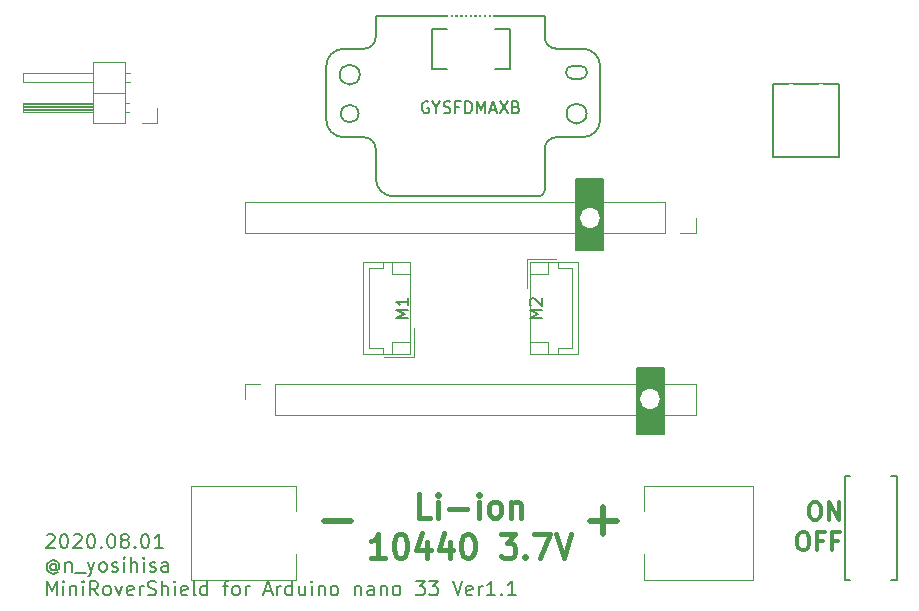
<source format=gto>
G04 #@! TF.GenerationSoftware,KiCad,Pcbnew,(5.1.6)-1*
G04 #@! TF.CreationDate,2020-08-01T00:51:36+09:00*
G04 #@! TF.ProjectId,MiniRoverShield,4d696e69-526f-4766-9572-536869656c64,rev?*
G04 #@! TF.SameCoordinates,Original*
G04 #@! TF.FileFunction,Legend,Top*
G04 #@! TF.FilePolarity,Positive*
%FSLAX46Y46*%
G04 Gerber Fmt 4.6, Leading zero omitted, Abs format (unit mm)*
G04 Created by KiCad (PCBNEW (5.1.6)-1) date 2020-08-01 00:51:36*
%MOMM*%
%LPD*%
G01*
G04 APERTURE LIST*
%ADD10C,0.400000*%
%ADD11C,0.200000*%
%ADD12C,0.150000*%
%ADD13C,0.300000*%
%ADD14C,0.500000*%
%ADD15C,0.120000*%
%ADD16C,0.100000*%
%ADD17O,2.000000X1.700000*%
%ADD18R,2.000000X1.700000*%
%ADD19R,1.700000X1.700000*%
%ADD20O,1.700000X1.700000*%
%ADD21C,0.600000*%
%ADD22C,2.000000*%
%ADD23C,1.200000*%
%ADD24O,2.800000X3.500000*%
%ADD25O,3.000000X2.000000*%
%ADD26O,2.200000X1.300000*%
G04 APERTURE END LIST*
D10*
X74669047Y-90634761D02*
X73716666Y-90634761D01*
X73716666Y-88634761D01*
X75335714Y-90634761D02*
X75335714Y-89301428D01*
X75335714Y-88634761D02*
X75240476Y-88730000D01*
X75335714Y-88825238D01*
X75430952Y-88730000D01*
X75335714Y-88634761D01*
X75335714Y-88825238D01*
X76288095Y-89872857D02*
X77811904Y-89872857D01*
X78764285Y-90634761D02*
X78764285Y-89301428D01*
X78764285Y-88634761D02*
X78669047Y-88730000D01*
X78764285Y-88825238D01*
X78859523Y-88730000D01*
X78764285Y-88634761D01*
X78764285Y-88825238D01*
X80002380Y-90634761D02*
X79811904Y-90539523D01*
X79716666Y-90444285D01*
X79621428Y-90253809D01*
X79621428Y-89682380D01*
X79716666Y-89491904D01*
X79811904Y-89396666D01*
X80002380Y-89301428D01*
X80288095Y-89301428D01*
X80478571Y-89396666D01*
X80573809Y-89491904D01*
X80669047Y-89682380D01*
X80669047Y-90253809D01*
X80573809Y-90444285D01*
X80478571Y-90539523D01*
X80288095Y-90634761D01*
X80002380Y-90634761D01*
X81526190Y-89301428D02*
X81526190Y-90634761D01*
X81526190Y-89491904D02*
X81621428Y-89396666D01*
X81811904Y-89301428D01*
X82097619Y-89301428D01*
X82288095Y-89396666D01*
X82383333Y-89587142D01*
X82383333Y-90634761D01*
X70811904Y-94034761D02*
X69669047Y-94034761D01*
X70240476Y-94034761D02*
X70240476Y-92034761D01*
X70050000Y-92320476D01*
X69859523Y-92510952D01*
X69669047Y-92606190D01*
X72050000Y-92034761D02*
X72240476Y-92034761D01*
X72430952Y-92130000D01*
X72526190Y-92225238D01*
X72621428Y-92415714D01*
X72716666Y-92796666D01*
X72716666Y-93272857D01*
X72621428Y-93653809D01*
X72526190Y-93844285D01*
X72430952Y-93939523D01*
X72240476Y-94034761D01*
X72050000Y-94034761D01*
X71859523Y-93939523D01*
X71764285Y-93844285D01*
X71669047Y-93653809D01*
X71573809Y-93272857D01*
X71573809Y-92796666D01*
X71669047Y-92415714D01*
X71764285Y-92225238D01*
X71859523Y-92130000D01*
X72050000Y-92034761D01*
X74430952Y-92701428D02*
X74430952Y-94034761D01*
X73954761Y-91939523D02*
X73478571Y-93368095D01*
X74716666Y-93368095D01*
X76335714Y-92701428D02*
X76335714Y-94034761D01*
X75859523Y-91939523D02*
X75383333Y-93368095D01*
X76621428Y-93368095D01*
X77764285Y-92034761D02*
X77954761Y-92034761D01*
X78145238Y-92130000D01*
X78240476Y-92225238D01*
X78335714Y-92415714D01*
X78430952Y-92796666D01*
X78430952Y-93272857D01*
X78335714Y-93653809D01*
X78240476Y-93844285D01*
X78145238Y-93939523D01*
X77954761Y-94034761D01*
X77764285Y-94034761D01*
X77573809Y-93939523D01*
X77478571Y-93844285D01*
X77383333Y-93653809D01*
X77288095Y-93272857D01*
X77288095Y-92796666D01*
X77383333Y-92415714D01*
X77478571Y-92225238D01*
X77573809Y-92130000D01*
X77764285Y-92034761D01*
X80621428Y-92034761D02*
X81859523Y-92034761D01*
X81192857Y-92796666D01*
X81478571Y-92796666D01*
X81669047Y-92891904D01*
X81764285Y-92987142D01*
X81859523Y-93177619D01*
X81859523Y-93653809D01*
X81764285Y-93844285D01*
X81669047Y-93939523D01*
X81478571Y-94034761D01*
X80907142Y-94034761D01*
X80716666Y-93939523D01*
X80621428Y-93844285D01*
X82716666Y-93844285D02*
X82811904Y-93939523D01*
X82716666Y-94034761D01*
X82621428Y-93939523D01*
X82716666Y-93844285D01*
X82716666Y-94034761D01*
X83478571Y-92034761D02*
X84811904Y-92034761D01*
X83954761Y-94034761D01*
X85288095Y-92034761D02*
X85954761Y-94034761D01*
X86621428Y-92034761D01*
D11*
X42178571Y-92123142D02*
X42235714Y-92066000D01*
X42350000Y-92008857D01*
X42635714Y-92008857D01*
X42750000Y-92066000D01*
X42807142Y-92123142D01*
X42864285Y-92237428D01*
X42864285Y-92351714D01*
X42807142Y-92523142D01*
X42121428Y-93208857D01*
X42864285Y-93208857D01*
X43607142Y-92008857D02*
X43721428Y-92008857D01*
X43835714Y-92066000D01*
X43892857Y-92123142D01*
X43950000Y-92237428D01*
X44007142Y-92466000D01*
X44007142Y-92751714D01*
X43950000Y-92980285D01*
X43892857Y-93094571D01*
X43835714Y-93151714D01*
X43721428Y-93208857D01*
X43607142Y-93208857D01*
X43492857Y-93151714D01*
X43435714Y-93094571D01*
X43378571Y-92980285D01*
X43321428Y-92751714D01*
X43321428Y-92466000D01*
X43378571Y-92237428D01*
X43435714Y-92123142D01*
X43492857Y-92066000D01*
X43607142Y-92008857D01*
X44464285Y-92123142D02*
X44521428Y-92066000D01*
X44635714Y-92008857D01*
X44921428Y-92008857D01*
X45035714Y-92066000D01*
X45092857Y-92123142D01*
X45150000Y-92237428D01*
X45150000Y-92351714D01*
X45092857Y-92523142D01*
X44407142Y-93208857D01*
X45150000Y-93208857D01*
X45892857Y-92008857D02*
X46007142Y-92008857D01*
X46121428Y-92066000D01*
X46178571Y-92123142D01*
X46235714Y-92237428D01*
X46292857Y-92466000D01*
X46292857Y-92751714D01*
X46235714Y-92980285D01*
X46178571Y-93094571D01*
X46121428Y-93151714D01*
X46007142Y-93208857D01*
X45892857Y-93208857D01*
X45778571Y-93151714D01*
X45721428Y-93094571D01*
X45664285Y-92980285D01*
X45607142Y-92751714D01*
X45607142Y-92466000D01*
X45664285Y-92237428D01*
X45721428Y-92123142D01*
X45778571Y-92066000D01*
X45892857Y-92008857D01*
X46807142Y-93094571D02*
X46864285Y-93151714D01*
X46807142Y-93208857D01*
X46750000Y-93151714D01*
X46807142Y-93094571D01*
X46807142Y-93208857D01*
X47607142Y-92008857D02*
X47721428Y-92008857D01*
X47835714Y-92066000D01*
X47892857Y-92123142D01*
X47950000Y-92237428D01*
X48007142Y-92466000D01*
X48007142Y-92751714D01*
X47950000Y-92980285D01*
X47892857Y-93094571D01*
X47835714Y-93151714D01*
X47721428Y-93208857D01*
X47607142Y-93208857D01*
X47492857Y-93151714D01*
X47435714Y-93094571D01*
X47378571Y-92980285D01*
X47321428Y-92751714D01*
X47321428Y-92466000D01*
X47378571Y-92237428D01*
X47435714Y-92123142D01*
X47492857Y-92066000D01*
X47607142Y-92008857D01*
X48692857Y-92523142D02*
X48578571Y-92466000D01*
X48521428Y-92408857D01*
X48464285Y-92294571D01*
X48464285Y-92237428D01*
X48521428Y-92123142D01*
X48578571Y-92066000D01*
X48692857Y-92008857D01*
X48921428Y-92008857D01*
X49035714Y-92066000D01*
X49092857Y-92123142D01*
X49150000Y-92237428D01*
X49150000Y-92294571D01*
X49092857Y-92408857D01*
X49035714Y-92466000D01*
X48921428Y-92523142D01*
X48692857Y-92523142D01*
X48578571Y-92580285D01*
X48521428Y-92637428D01*
X48464285Y-92751714D01*
X48464285Y-92980285D01*
X48521428Y-93094571D01*
X48578571Y-93151714D01*
X48692857Y-93208857D01*
X48921428Y-93208857D01*
X49035714Y-93151714D01*
X49092857Y-93094571D01*
X49150000Y-92980285D01*
X49150000Y-92751714D01*
X49092857Y-92637428D01*
X49035714Y-92580285D01*
X48921428Y-92523142D01*
X49664285Y-93094571D02*
X49721428Y-93151714D01*
X49664285Y-93208857D01*
X49607142Y-93151714D01*
X49664285Y-93094571D01*
X49664285Y-93208857D01*
X50464285Y-92008857D02*
X50578571Y-92008857D01*
X50692857Y-92066000D01*
X50750000Y-92123142D01*
X50807142Y-92237428D01*
X50864285Y-92466000D01*
X50864285Y-92751714D01*
X50807142Y-92980285D01*
X50750000Y-93094571D01*
X50692857Y-93151714D01*
X50578571Y-93208857D01*
X50464285Y-93208857D01*
X50350000Y-93151714D01*
X50292857Y-93094571D01*
X50235714Y-92980285D01*
X50178571Y-92751714D01*
X50178571Y-92466000D01*
X50235714Y-92237428D01*
X50292857Y-92123142D01*
X50350000Y-92066000D01*
X50464285Y-92008857D01*
X52007142Y-93208857D02*
X51321428Y-93208857D01*
X51664285Y-93208857D02*
X51664285Y-92008857D01*
X51550000Y-92180285D01*
X51435714Y-92294571D01*
X51321428Y-92351714D01*
X42978571Y-94637428D02*
X42921428Y-94580285D01*
X42807142Y-94523142D01*
X42692857Y-94523142D01*
X42578571Y-94580285D01*
X42521428Y-94637428D01*
X42464285Y-94751714D01*
X42464285Y-94866000D01*
X42521428Y-94980285D01*
X42578571Y-95037428D01*
X42692857Y-95094571D01*
X42807142Y-95094571D01*
X42921428Y-95037428D01*
X42978571Y-94980285D01*
X42978571Y-94523142D02*
X42978571Y-94980285D01*
X43035714Y-95037428D01*
X43092857Y-95037428D01*
X43207142Y-94980285D01*
X43264285Y-94866000D01*
X43264285Y-94580285D01*
X43150000Y-94408857D01*
X42978571Y-94294571D01*
X42750000Y-94237428D01*
X42521428Y-94294571D01*
X42350000Y-94408857D01*
X42235714Y-94580285D01*
X42178571Y-94808857D01*
X42235714Y-95037428D01*
X42350000Y-95208857D01*
X42521428Y-95323142D01*
X42750000Y-95380285D01*
X42978571Y-95323142D01*
X43150000Y-95208857D01*
X43778571Y-94408857D02*
X43778571Y-95208857D01*
X43778571Y-94523142D02*
X43835714Y-94466000D01*
X43950000Y-94408857D01*
X44121428Y-94408857D01*
X44235714Y-94466000D01*
X44292857Y-94580285D01*
X44292857Y-95208857D01*
X44578571Y-95323142D02*
X45492857Y-95323142D01*
X45664285Y-94408857D02*
X45950000Y-95208857D01*
X46235714Y-94408857D02*
X45950000Y-95208857D01*
X45835714Y-95494571D01*
X45778571Y-95551714D01*
X45664285Y-95608857D01*
X46864285Y-95208857D02*
X46750000Y-95151714D01*
X46692857Y-95094571D01*
X46635714Y-94980285D01*
X46635714Y-94637428D01*
X46692857Y-94523142D01*
X46750000Y-94466000D01*
X46864285Y-94408857D01*
X47035714Y-94408857D01*
X47150000Y-94466000D01*
X47207142Y-94523142D01*
X47264285Y-94637428D01*
X47264285Y-94980285D01*
X47207142Y-95094571D01*
X47150000Y-95151714D01*
X47035714Y-95208857D01*
X46864285Y-95208857D01*
X47721428Y-95151714D02*
X47835714Y-95208857D01*
X48064285Y-95208857D01*
X48178571Y-95151714D01*
X48235714Y-95037428D01*
X48235714Y-94980285D01*
X48178571Y-94866000D01*
X48064285Y-94808857D01*
X47892857Y-94808857D01*
X47778571Y-94751714D01*
X47721428Y-94637428D01*
X47721428Y-94580285D01*
X47778571Y-94466000D01*
X47892857Y-94408857D01*
X48064285Y-94408857D01*
X48178571Y-94466000D01*
X48750000Y-95208857D02*
X48750000Y-94408857D01*
X48750000Y-94008857D02*
X48692857Y-94066000D01*
X48750000Y-94123142D01*
X48807142Y-94066000D01*
X48750000Y-94008857D01*
X48750000Y-94123142D01*
X49321428Y-95208857D02*
X49321428Y-94008857D01*
X49835714Y-95208857D02*
X49835714Y-94580285D01*
X49778571Y-94466000D01*
X49664285Y-94408857D01*
X49492857Y-94408857D01*
X49378571Y-94466000D01*
X49321428Y-94523142D01*
X50407142Y-95208857D02*
X50407142Y-94408857D01*
X50407142Y-94008857D02*
X50350000Y-94066000D01*
X50407142Y-94123142D01*
X50464285Y-94066000D01*
X50407142Y-94008857D01*
X50407142Y-94123142D01*
X50921428Y-95151714D02*
X51035714Y-95208857D01*
X51264285Y-95208857D01*
X51378571Y-95151714D01*
X51435714Y-95037428D01*
X51435714Y-94980285D01*
X51378571Y-94866000D01*
X51264285Y-94808857D01*
X51092857Y-94808857D01*
X50978571Y-94751714D01*
X50921428Y-94637428D01*
X50921428Y-94580285D01*
X50978571Y-94466000D01*
X51092857Y-94408857D01*
X51264285Y-94408857D01*
X51378571Y-94466000D01*
X52464285Y-95208857D02*
X52464285Y-94580285D01*
X52407142Y-94466000D01*
X52292857Y-94408857D01*
X52064285Y-94408857D01*
X51950000Y-94466000D01*
X52464285Y-95151714D02*
X52350000Y-95208857D01*
X52064285Y-95208857D01*
X51950000Y-95151714D01*
X51892857Y-95037428D01*
X51892857Y-94923142D01*
X51950000Y-94808857D01*
X52064285Y-94751714D01*
X52350000Y-94751714D01*
X52464285Y-94694571D01*
X42235714Y-97208857D02*
X42235714Y-96008857D01*
X42635714Y-96866000D01*
X43035714Y-96008857D01*
X43035714Y-97208857D01*
X43607142Y-97208857D02*
X43607142Y-96408857D01*
X43607142Y-96008857D02*
X43550000Y-96066000D01*
X43607142Y-96123142D01*
X43664285Y-96066000D01*
X43607142Y-96008857D01*
X43607142Y-96123142D01*
X44178571Y-96408857D02*
X44178571Y-97208857D01*
X44178571Y-96523142D02*
X44235714Y-96466000D01*
X44350000Y-96408857D01*
X44521428Y-96408857D01*
X44635714Y-96466000D01*
X44692857Y-96580285D01*
X44692857Y-97208857D01*
X45264285Y-97208857D02*
X45264285Y-96408857D01*
X45264285Y-96008857D02*
X45207142Y-96066000D01*
X45264285Y-96123142D01*
X45321428Y-96066000D01*
X45264285Y-96008857D01*
X45264285Y-96123142D01*
X46521428Y-97208857D02*
X46121428Y-96637428D01*
X45835714Y-97208857D02*
X45835714Y-96008857D01*
X46292857Y-96008857D01*
X46407142Y-96066000D01*
X46464285Y-96123142D01*
X46521428Y-96237428D01*
X46521428Y-96408857D01*
X46464285Y-96523142D01*
X46407142Y-96580285D01*
X46292857Y-96637428D01*
X45835714Y-96637428D01*
X47207142Y-97208857D02*
X47092857Y-97151714D01*
X47035714Y-97094571D01*
X46978571Y-96980285D01*
X46978571Y-96637428D01*
X47035714Y-96523142D01*
X47092857Y-96466000D01*
X47207142Y-96408857D01*
X47378571Y-96408857D01*
X47492857Y-96466000D01*
X47550000Y-96523142D01*
X47607142Y-96637428D01*
X47607142Y-96980285D01*
X47550000Y-97094571D01*
X47492857Y-97151714D01*
X47378571Y-97208857D01*
X47207142Y-97208857D01*
X48007142Y-96408857D02*
X48292857Y-97208857D01*
X48578571Y-96408857D01*
X49492857Y-97151714D02*
X49378571Y-97208857D01*
X49150000Y-97208857D01*
X49035714Y-97151714D01*
X48978571Y-97037428D01*
X48978571Y-96580285D01*
X49035714Y-96466000D01*
X49150000Y-96408857D01*
X49378571Y-96408857D01*
X49492857Y-96466000D01*
X49550000Y-96580285D01*
X49550000Y-96694571D01*
X48978571Y-96808857D01*
X50064285Y-97208857D02*
X50064285Y-96408857D01*
X50064285Y-96637428D02*
X50121428Y-96523142D01*
X50178571Y-96466000D01*
X50292857Y-96408857D01*
X50407142Y-96408857D01*
X50750000Y-97151714D02*
X50921428Y-97208857D01*
X51207142Y-97208857D01*
X51321428Y-97151714D01*
X51378571Y-97094571D01*
X51435714Y-96980285D01*
X51435714Y-96866000D01*
X51378571Y-96751714D01*
X51321428Y-96694571D01*
X51207142Y-96637428D01*
X50978571Y-96580285D01*
X50864285Y-96523142D01*
X50807142Y-96466000D01*
X50750000Y-96351714D01*
X50750000Y-96237428D01*
X50807142Y-96123142D01*
X50864285Y-96066000D01*
X50978571Y-96008857D01*
X51264285Y-96008857D01*
X51435714Y-96066000D01*
X51950000Y-97208857D02*
X51950000Y-96008857D01*
X52464285Y-97208857D02*
X52464285Y-96580285D01*
X52407142Y-96466000D01*
X52292857Y-96408857D01*
X52121428Y-96408857D01*
X52007142Y-96466000D01*
X51950000Y-96523142D01*
X53035714Y-97208857D02*
X53035714Y-96408857D01*
X53035714Y-96008857D02*
X52978571Y-96066000D01*
X53035714Y-96123142D01*
X53092857Y-96066000D01*
X53035714Y-96008857D01*
X53035714Y-96123142D01*
X54064285Y-97151714D02*
X53950000Y-97208857D01*
X53721428Y-97208857D01*
X53607142Y-97151714D01*
X53550000Y-97037428D01*
X53550000Y-96580285D01*
X53607142Y-96466000D01*
X53721428Y-96408857D01*
X53950000Y-96408857D01*
X54064285Y-96466000D01*
X54121428Y-96580285D01*
X54121428Y-96694571D01*
X53550000Y-96808857D01*
X54807142Y-97208857D02*
X54692857Y-97151714D01*
X54635714Y-97037428D01*
X54635714Y-96008857D01*
X55778571Y-97208857D02*
X55778571Y-96008857D01*
X55778571Y-97151714D02*
X55664285Y-97208857D01*
X55435714Y-97208857D01*
X55321428Y-97151714D01*
X55264285Y-97094571D01*
X55207142Y-96980285D01*
X55207142Y-96637428D01*
X55264285Y-96523142D01*
X55321428Y-96466000D01*
X55435714Y-96408857D01*
X55664285Y-96408857D01*
X55778571Y-96466000D01*
X57092857Y-96408857D02*
X57550000Y-96408857D01*
X57264285Y-97208857D02*
X57264285Y-96180285D01*
X57321428Y-96066000D01*
X57435714Y-96008857D01*
X57550000Y-96008857D01*
X58121428Y-97208857D02*
X58007142Y-97151714D01*
X57950000Y-97094571D01*
X57892857Y-96980285D01*
X57892857Y-96637428D01*
X57950000Y-96523142D01*
X58007142Y-96466000D01*
X58121428Y-96408857D01*
X58292857Y-96408857D01*
X58407142Y-96466000D01*
X58464285Y-96523142D01*
X58521428Y-96637428D01*
X58521428Y-96980285D01*
X58464285Y-97094571D01*
X58407142Y-97151714D01*
X58292857Y-97208857D01*
X58121428Y-97208857D01*
X59035714Y-97208857D02*
X59035714Y-96408857D01*
X59035714Y-96637428D02*
X59092857Y-96523142D01*
X59150000Y-96466000D01*
X59264285Y-96408857D01*
X59378571Y-96408857D01*
X60635714Y-96866000D02*
X61207142Y-96866000D01*
X60521428Y-97208857D02*
X60921428Y-96008857D01*
X61321428Y-97208857D01*
X61721428Y-97208857D02*
X61721428Y-96408857D01*
X61721428Y-96637428D02*
X61778571Y-96523142D01*
X61835714Y-96466000D01*
X61950000Y-96408857D01*
X62064285Y-96408857D01*
X62978571Y-97208857D02*
X62978571Y-96008857D01*
X62978571Y-97151714D02*
X62864285Y-97208857D01*
X62635714Y-97208857D01*
X62521428Y-97151714D01*
X62464285Y-97094571D01*
X62407142Y-96980285D01*
X62407142Y-96637428D01*
X62464285Y-96523142D01*
X62521428Y-96466000D01*
X62635714Y-96408857D01*
X62864285Y-96408857D01*
X62978571Y-96466000D01*
X64064285Y-96408857D02*
X64064285Y-97208857D01*
X63550000Y-96408857D02*
X63550000Y-97037428D01*
X63607142Y-97151714D01*
X63721428Y-97208857D01*
X63892857Y-97208857D01*
X64007142Y-97151714D01*
X64064285Y-97094571D01*
X64635714Y-97208857D02*
X64635714Y-96408857D01*
X64635714Y-96008857D02*
X64578571Y-96066000D01*
X64635714Y-96123142D01*
X64692857Y-96066000D01*
X64635714Y-96008857D01*
X64635714Y-96123142D01*
X65207142Y-96408857D02*
X65207142Y-97208857D01*
X65207142Y-96523142D02*
X65264285Y-96466000D01*
X65378571Y-96408857D01*
X65550000Y-96408857D01*
X65664285Y-96466000D01*
X65721428Y-96580285D01*
X65721428Y-97208857D01*
X66464285Y-97208857D02*
X66350000Y-97151714D01*
X66292857Y-97094571D01*
X66235714Y-96980285D01*
X66235714Y-96637428D01*
X66292857Y-96523142D01*
X66350000Y-96466000D01*
X66464285Y-96408857D01*
X66635714Y-96408857D01*
X66750000Y-96466000D01*
X66807142Y-96523142D01*
X66864285Y-96637428D01*
X66864285Y-96980285D01*
X66807142Y-97094571D01*
X66750000Y-97151714D01*
X66635714Y-97208857D01*
X66464285Y-97208857D01*
X68292857Y-96408857D02*
X68292857Y-97208857D01*
X68292857Y-96523142D02*
X68350000Y-96466000D01*
X68464285Y-96408857D01*
X68635714Y-96408857D01*
X68750000Y-96466000D01*
X68807142Y-96580285D01*
X68807142Y-97208857D01*
X69892857Y-97208857D02*
X69892857Y-96580285D01*
X69835714Y-96466000D01*
X69721428Y-96408857D01*
X69492857Y-96408857D01*
X69378571Y-96466000D01*
X69892857Y-97151714D02*
X69778571Y-97208857D01*
X69492857Y-97208857D01*
X69378571Y-97151714D01*
X69321428Y-97037428D01*
X69321428Y-96923142D01*
X69378571Y-96808857D01*
X69492857Y-96751714D01*
X69778571Y-96751714D01*
X69892857Y-96694571D01*
X70464285Y-96408857D02*
X70464285Y-97208857D01*
X70464285Y-96523142D02*
X70521428Y-96466000D01*
X70635714Y-96408857D01*
X70807142Y-96408857D01*
X70921428Y-96466000D01*
X70978571Y-96580285D01*
X70978571Y-97208857D01*
X71721428Y-97208857D02*
X71607142Y-97151714D01*
X71550000Y-97094571D01*
X71492857Y-96980285D01*
X71492857Y-96637428D01*
X71550000Y-96523142D01*
X71607142Y-96466000D01*
X71721428Y-96408857D01*
X71892857Y-96408857D01*
X72007142Y-96466000D01*
X72064285Y-96523142D01*
X72121428Y-96637428D01*
X72121428Y-96980285D01*
X72064285Y-97094571D01*
X72007142Y-97151714D01*
X71892857Y-97208857D01*
X71721428Y-97208857D01*
X73435714Y-96008857D02*
X74178571Y-96008857D01*
X73778571Y-96466000D01*
X73950000Y-96466000D01*
X74064285Y-96523142D01*
X74121428Y-96580285D01*
X74178571Y-96694571D01*
X74178571Y-96980285D01*
X74121428Y-97094571D01*
X74064285Y-97151714D01*
X73950000Y-97208857D01*
X73607142Y-97208857D01*
X73492857Y-97151714D01*
X73435714Y-97094571D01*
X74578571Y-96008857D02*
X75321428Y-96008857D01*
X74921428Y-96466000D01*
X75092857Y-96466000D01*
X75207142Y-96523142D01*
X75264285Y-96580285D01*
X75321428Y-96694571D01*
X75321428Y-96980285D01*
X75264285Y-97094571D01*
X75207142Y-97151714D01*
X75092857Y-97208857D01*
X74750000Y-97208857D01*
X74635714Y-97151714D01*
X74578571Y-97094571D01*
X76578571Y-96008857D02*
X76978571Y-97208857D01*
X77378571Y-96008857D01*
X78235714Y-97151714D02*
X78121428Y-97208857D01*
X77892857Y-97208857D01*
X77778571Y-97151714D01*
X77721428Y-97037428D01*
X77721428Y-96580285D01*
X77778571Y-96466000D01*
X77892857Y-96408857D01*
X78121428Y-96408857D01*
X78235714Y-96466000D01*
X78292857Y-96580285D01*
X78292857Y-96694571D01*
X77721428Y-96808857D01*
X78807142Y-97208857D02*
X78807142Y-96408857D01*
X78807142Y-96637428D02*
X78864285Y-96523142D01*
X78921428Y-96466000D01*
X79035714Y-96408857D01*
X79150000Y-96408857D01*
X80178571Y-97208857D02*
X79492857Y-97208857D01*
X79835714Y-97208857D02*
X79835714Y-96008857D01*
X79721428Y-96180285D01*
X79607142Y-96294571D01*
X79492857Y-96351714D01*
X80692857Y-97094571D02*
X80750000Y-97151714D01*
X80692857Y-97208857D01*
X80635714Y-97151714D01*
X80692857Y-97094571D01*
X80692857Y-97208857D01*
X81892857Y-97208857D02*
X81207142Y-97208857D01*
X81550000Y-97208857D02*
X81550000Y-96008857D01*
X81435714Y-96180285D01*
X81321428Y-96294571D01*
X81207142Y-96351714D01*
D12*
G36*
X94488000Y-83566000D02*
G01*
X92202000Y-83566000D01*
X92202000Y-77978000D01*
X94488000Y-77978000D01*
X94488000Y-83566000D01*
G37*
X94488000Y-83566000D02*
X92202000Y-83566000D01*
X92202000Y-77978000D01*
X94488000Y-77978000D01*
X94488000Y-83566000D01*
G36*
X89281000Y-67945000D02*
G01*
X86995000Y-67945000D01*
X86995000Y-61976000D01*
X89281000Y-61976000D01*
X89281000Y-67945000D01*
G37*
X89281000Y-67945000D02*
X86995000Y-67945000D01*
X86995000Y-61976000D01*
X89281000Y-61976000D01*
X89281000Y-67945000D01*
D13*
X107105000Y-89333571D02*
X107390714Y-89333571D01*
X107533571Y-89405000D01*
X107676428Y-89547857D01*
X107747857Y-89833571D01*
X107747857Y-90333571D01*
X107676428Y-90619285D01*
X107533571Y-90762142D01*
X107390714Y-90833571D01*
X107105000Y-90833571D01*
X106962142Y-90762142D01*
X106819285Y-90619285D01*
X106747857Y-90333571D01*
X106747857Y-89833571D01*
X106819285Y-89547857D01*
X106962142Y-89405000D01*
X107105000Y-89333571D01*
X108390714Y-90833571D02*
X108390714Y-89333571D01*
X109247857Y-90833571D01*
X109247857Y-89333571D01*
X106105000Y-91883571D02*
X106390714Y-91883571D01*
X106533571Y-91955000D01*
X106676428Y-92097857D01*
X106747857Y-92383571D01*
X106747857Y-92883571D01*
X106676428Y-93169285D01*
X106533571Y-93312142D01*
X106390714Y-93383571D01*
X106105000Y-93383571D01*
X105962142Y-93312142D01*
X105819285Y-93169285D01*
X105747857Y-92883571D01*
X105747857Y-92383571D01*
X105819285Y-92097857D01*
X105962142Y-91955000D01*
X106105000Y-91883571D01*
X107890714Y-92597857D02*
X107390714Y-92597857D01*
X107390714Y-93383571D02*
X107390714Y-91883571D01*
X108105000Y-91883571D01*
X109176428Y-92597857D02*
X108676428Y-92597857D01*
X108676428Y-93383571D02*
X108676428Y-91883571D01*
X109390714Y-91883571D01*
D14*
X65657142Y-90894285D02*
X67942857Y-90894285D01*
X88157142Y-90894285D02*
X90442857Y-90894285D01*
X89300000Y-92037142D02*
X89300000Y-89751428D01*
D15*
X73260000Y-77040000D02*
X73260000Y-74540000D01*
X70760000Y-77040000D02*
X73260000Y-77040000D01*
X71460000Y-70020000D02*
X72960000Y-70020000D01*
X71460000Y-69020000D02*
X71460000Y-70020000D01*
X71460000Y-75740000D02*
X72960000Y-75740000D01*
X71460000Y-76740000D02*
X71460000Y-75740000D01*
X70650000Y-69520000D02*
X70650000Y-69020000D01*
X69440000Y-69520000D02*
X70650000Y-69520000D01*
X69440000Y-76240000D02*
X69440000Y-69520000D01*
X70650000Y-76240000D02*
X69440000Y-76240000D01*
X70650000Y-76740000D02*
X70650000Y-76240000D01*
X68940000Y-69020000D02*
X68940000Y-76740000D01*
X72960000Y-69020000D02*
X68940000Y-69020000D01*
X72960000Y-76740000D02*
X72960000Y-69020000D01*
X68940000Y-76740000D02*
X72960000Y-76740000D01*
X87160000Y-69020000D02*
X83140000Y-69020000D01*
X83140000Y-69020000D02*
X83140000Y-76740000D01*
X83140000Y-76740000D02*
X87160000Y-76740000D01*
X87160000Y-76740000D02*
X87160000Y-69020000D01*
X85450000Y-69020000D02*
X85450000Y-69520000D01*
X85450000Y-69520000D02*
X86660000Y-69520000D01*
X86660000Y-69520000D02*
X86660000Y-76240000D01*
X86660000Y-76240000D02*
X85450000Y-76240000D01*
X85450000Y-76240000D02*
X85450000Y-76740000D01*
X84640000Y-69020000D02*
X84640000Y-70020000D01*
X84640000Y-70020000D02*
X83140000Y-70020000D01*
X84640000Y-76740000D02*
X84640000Y-75740000D01*
X84640000Y-75740000D02*
X83140000Y-75740000D01*
X85340000Y-68720000D02*
X82840000Y-68720000D01*
X82840000Y-68720000D02*
X82840000Y-71220000D01*
X48810000Y-57260000D02*
X48810000Y-52060000D01*
X48810000Y-52060000D02*
X46150000Y-52060000D01*
X46150000Y-52060000D02*
X46150000Y-57260000D01*
X46150000Y-57260000D02*
X48810000Y-57260000D01*
X46150000Y-56310000D02*
X40150000Y-56310000D01*
X40150000Y-56310000D02*
X40150000Y-55550000D01*
X40150000Y-55550000D02*
X46150000Y-55550000D01*
X46150000Y-56250000D02*
X40150000Y-56250000D01*
X46150000Y-56130000D02*
X40150000Y-56130000D01*
X46150000Y-56010000D02*
X40150000Y-56010000D01*
X46150000Y-55890000D02*
X40150000Y-55890000D01*
X46150000Y-55770000D02*
X40150000Y-55770000D01*
X46150000Y-55650000D02*
X40150000Y-55650000D01*
X49140000Y-56310000D02*
X48810000Y-56310000D01*
X49140000Y-55550000D02*
X48810000Y-55550000D01*
X48810000Y-54660000D02*
X46150000Y-54660000D01*
X46150000Y-53770000D02*
X40150000Y-53770000D01*
X40150000Y-53770000D02*
X40150000Y-53010000D01*
X40150000Y-53010000D02*
X46150000Y-53010000D01*
X49207071Y-53770000D02*
X48810000Y-53770000D01*
X49207071Y-53010000D02*
X48810000Y-53010000D01*
X51520000Y-55930000D02*
X51520000Y-57200000D01*
X51520000Y-57200000D02*
X50250000Y-57200000D01*
D12*
X103710000Y-53930000D02*
X109250000Y-53930000D01*
X103710000Y-60130000D02*
X103710000Y-53930000D01*
X109250000Y-60130000D02*
X103710000Y-60130000D01*
X109250000Y-53930000D02*
X109250000Y-60130000D01*
X68600000Y-56430000D02*
G75*
G03*
X68600000Y-56430000I-750000J0D01*
G01*
X68700000Y-53130000D02*
G75*
G03*
X68700000Y-53130000I-850000J0D01*
G01*
X87900000Y-56430000D02*
G75*
G03*
X87900000Y-56430000I-850000J0D01*
G01*
X86700000Y-53480000D02*
X87400000Y-53480000D01*
X86700000Y-52380000D02*
X87400000Y-52380000D01*
X70050000Y-48130000D02*
X84350000Y-48130000D01*
X71550000Y-63430000D02*
X83850000Y-63430000D01*
X84350000Y-59430000D02*
X84350000Y-62930000D01*
X70050000Y-61930000D02*
X70050000Y-59430000D01*
X69050000Y-58430000D02*
X67350000Y-58430000D01*
X65850000Y-56930000D02*
X65850000Y-52430000D01*
X67350000Y-50930000D02*
X69050000Y-50930000D01*
X70050000Y-49930000D02*
X70050000Y-48130000D01*
X84350000Y-48130000D02*
X84350000Y-49930000D01*
X85350000Y-50930000D02*
X87550000Y-50930000D01*
X89050000Y-56930000D02*
X89050000Y-52430000D01*
X87550000Y-58430000D02*
X85350000Y-58430000D01*
X81400000Y-49230000D02*
X80150000Y-49230000D01*
X81400000Y-52630000D02*
X81400000Y-49230000D01*
X80150000Y-52630000D02*
X81400000Y-52630000D01*
X74800000Y-49230000D02*
X76050000Y-49230000D01*
X74800000Y-52630000D02*
X74800000Y-49230000D01*
X76050000Y-52630000D02*
X74800000Y-52630000D01*
X86150000Y-52930000D02*
G75*
G02*
X86700000Y-52380000I550000J0D01*
G01*
X86700000Y-53480000D02*
G75*
G02*
X86150000Y-52930000I0J550000D01*
G01*
X87400000Y-52380000D02*
G75*
G02*
X87950000Y-52930000I0J-550000D01*
G01*
X87950000Y-52930000D02*
G75*
G02*
X87400000Y-53480000I-550000J0D01*
G01*
X67350000Y-58430000D02*
G75*
G02*
X65850000Y-56930000I0J1500000D01*
G01*
X65850000Y-52430000D02*
G75*
G02*
X67350000Y-50930000I1500000J0D01*
G01*
X89050000Y-56930000D02*
G75*
G02*
X87550000Y-58430000I-1500000J0D01*
G01*
X87550000Y-50930000D02*
G75*
G02*
X89050000Y-52430000I0J-1500000D01*
G01*
X85350000Y-50930000D02*
G75*
G02*
X84350000Y-49930000I0J1000000D01*
G01*
X84350000Y-59430000D02*
G75*
G02*
X85350000Y-58430000I1000000J0D01*
G01*
X69050000Y-58430000D02*
G75*
G02*
X70050000Y-59430000I0J-1000000D01*
G01*
X70050000Y-49930000D02*
G75*
G02*
X69050000Y-50930000I-1000000J0D01*
G01*
X71550000Y-63430000D02*
G75*
G02*
X70050000Y-61930000I0J1500000D01*
G01*
X84350000Y-62930000D02*
G75*
G02*
X83850000Y-63430000I-500000J0D01*
G01*
D15*
X94560000Y-63910000D02*
X94560000Y-66570000D01*
X94560000Y-63910000D02*
X58940000Y-63910000D01*
X58940000Y-63910000D02*
X58940000Y-66570000D01*
X94560000Y-66570000D02*
X58940000Y-66570000D01*
X97160000Y-66570000D02*
X95830000Y-66570000D01*
X97160000Y-65240000D02*
X97160000Y-66570000D01*
D16*
X92800000Y-95930000D02*
X102000000Y-95930000D01*
X102000000Y-95930000D02*
X102000000Y-87930000D01*
X102000000Y-87930000D02*
X92800000Y-87930000D01*
X92800000Y-87930000D02*
X92800000Y-95930000D01*
X63300000Y-95930000D02*
X63300000Y-87930000D01*
X63300000Y-87930000D02*
X54400000Y-87930000D01*
X54400000Y-95930000D02*
X63300000Y-95930000D01*
X54400000Y-87930000D02*
X54400000Y-95930000D01*
D15*
X58940000Y-80610000D02*
X58940000Y-79280000D01*
X58940000Y-79280000D02*
X60270000Y-79280000D01*
X61540000Y-79280000D02*
X97160000Y-79280000D01*
X97160000Y-81940000D02*
X97160000Y-79280000D01*
X61540000Y-81940000D02*
X97160000Y-81940000D01*
X61540000Y-81940000D02*
X61540000Y-79280000D01*
D12*
X110200000Y-95930000D02*
X109750000Y-95930000D01*
X109750000Y-95930000D02*
X109750000Y-87130000D01*
X109750000Y-87130000D02*
X110200000Y-87130000D01*
X113700000Y-87130000D02*
X114150000Y-87130000D01*
X114150000Y-87130000D02*
X114150000Y-95930000D01*
X114150000Y-95930000D02*
X113700000Y-95930000D01*
X72802380Y-73739523D02*
X71802380Y-73739523D01*
X72516666Y-73406190D01*
X71802380Y-73072857D01*
X72802380Y-73072857D01*
X72802380Y-72072857D02*
X72802380Y-72644285D01*
X72802380Y-72358571D02*
X71802380Y-72358571D01*
X71945238Y-72453809D01*
X72040476Y-72549047D01*
X72088095Y-72644285D01*
X84102380Y-73739523D02*
X83102380Y-73739523D01*
X83816666Y-73406190D01*
X83102380Y-73072857D01*
X84102380Y-73072857D01*
X83197619Y-72644285D02*
X83150000Y-72596666D01*
X83102380Y-72501428D01*
X83102380Y-72263333D01*
X83150000Y-72168095D01*
X83197619Y-72120476D01*
X83292857Y-72072857D01*
X83388095Y-72072857D01*
X83530952Y-72120476D01*
X84102380Y-72691904D01*
X84102380Y-72072857D01*
X74502380Y-55430000D02*
X74407142Y-55382380D01*
X74264285Y-55382380D01*
X74121428Y-55430000D01*
X74026190Y-55525238D01*
X73978571Y-55620476D01*
X73930952Y-55810952D01*
X73930952Y-55953809D01*
X73978571Y-56144285D01*
X74026190Y-56239523D01*
X74121428Y-56334761D01*
X74264285Y-56382380D01*
X74359523Y-56382380D01*
X74502380Y-56334761D01*
X74550000Y-56287142D01*
X74550000Y-55953809D01*
X74359523Y-55953809D01*
X75169047Y-55906190D02*
X75169047Y-56382380D01*
X74835714Y-55382380D02*
X75169047Y-55906190D01*
X75502380Y-55382380D01*
X75788095Y-56334761D02*
X75930952Y-56382380D01*
X76169047Y-56382380D01*
X76264285Y-56334761D01*
X76311904Y-56287142D01*
X76359523Y-56191904D01*
X76359523Y-56096666D01*
X76311904Y-56001428D01*
X76264285Y-55953809D01*
X76169047Y-55906190D01*
X75978571Y-55858571D01*
X75883333Y-55810952D01*
X75835714Y-55763333D01*
X75788095Y-55668095D01*
X75788095Y-55572857D01*
X75835714Y-55477619D01*
X75883333Y-55430000D01*
X75978571Y-55382380D01*
X76216666Y-55382380D01*
X76359523Y-55430000D01*
X77121428Y-55858571D02*
X76788095Y-55858571D01*
X76788095Y-56382380D02*
X76788095Y-55382380D01*
X77264285Y-55382380D01*
X77645238Y-56382380D02*
X77645238Y-55382380D01*
X77883333Y-55382380D01*
X78026190Y-55430000D01*
X78121428Y-55525238D01*
X78169047Y-55620476D01*
X78216666Y-55810952D01*
X78216666Y-55953809D01*
X78169047Y-56144285D01*
X78121428Y-56239523D01*
X78026190Y-56334761D01*
X77883333Y-56382380D01*
X77645238Y-56382380D01*
X78645238Y-56382380D02*
X78645238Y-55382380D01*
X78978571Y-56096666D01*
X79311904Y-55382380D01*
X79311904Y-56382380D01*
X79740476Y-56096666D02*
X80216666Y-56096666D01*
X79645238Y-56382380D02*
X79978571Y-55382380D01*
X80311904Y-56382380D01*
X80550000Y-55382380D02*
X81216666Y-56382380D01*
X81216666Y-55382380D02*
X80550000Y-56382380D01*
X81930952Y-55858571D02*
X82073809Y-55906190D01*
X82121428Y-55953809D01*
X82169047Y-56049047D01*
X82169047Y-56191904D01*
X82121428Y-56287142D01*
X82073809Y-56334761D01*
X81978571Y-56382380D01*
X81597619Y-56382380D01*
X81597619Y-55382380D01*
X81930952Y-55382380D01*
X82026190Y-55430000D01*
X82073809Y-55477619D01*
X82121428Y-55572857D01*
X82121428Y-55668095D01*
X82073809Y-55763333D01*
X82026190Y-55810952D01*
X81930952Y-55858571D01*
X81597619Y-55858571D01*
%LPC*%
D17*
X70650000Y-71630000D03*
D18*
X70650000Y-74130000D03*
X85450000Y-71630000D03*
D17*
X85450000Y-74130000D03*
D19*
X50250000Y-55930000D03*
D20*
X50250000Y-53390000D03*
D21*
X44650000Y-91680000D03*
X45150000Y-90930000D03*
X44650000Y-90180000D03*
X45650000Y-90180000D03*
X45650000Y-91680000D03*
D22*
X107750000Y-57030000D03*
X105210000Y-57030000D03*
D23*
X107750000Y-54490000D03*
X105210000Y-54490000D03*
D16*
G36*
X80000000Y-47340000D02*
G01*
X80000000Y-49840000D01*
X79800000Y-49840000D01*
X79800000Y-47340000D01*
X80000000Y-47340000D01*
G37*
G36*
X79600000Y-47340000D02*
G01*
X79600000Y-49840000D01*
X79400000Y-49840000D01*
X79400000Y-47340000D01*
X79600000Y-47340000D01*
G37*
G36*
X79200000Y-47340000D02*
G01*
X79200000Y-49840000D01*
X79000000Y-49840000D01*
X79000000Y-47340000D01*
X79200000Y-47340000D01*
G37*
G36*
X78800000Y-47340000D02*
G01*
X78800000Y-49840000D01*
X78600000Y-49840000D01*
X78600000Y-47340000D01*
X78800000Y-47340000D01*
G37*
G36*
X78400000Y-47340000D02*
G01*
X78400000Y-49840000D01*
X78200000Y-49840000D01*
X78200000Y-47340000D01*
X78400000Y-47340000D01*
G37*
G36*
X78000000Y-47340000D02*
G01*
X78000000Y-49840000D01*
X77800000Y-49840000D01*
X77800000Y-47340000D01*
X78000000Y-47340000D01*
G37*
G36*
X77600000Y-47340000D02*
G01*
X77600000Y-49840000D01*
X77400000Y-49840000D01*
X77400000Y-47340000D01*
X77600000Y-47340000D01*
G37*
G36*
X77200000Y-47340000D02*
G01*
X77200000Y-49840000D01*
X77000000Y-49840000D01*
X77000000Y-47340000D01*
X77200000Y-47340000D01*
G37*
G36*
X76800000Y-47340000D02*
G01*
X76800000Y-49840000D01*
X76600000Y-49840000D01*
X76600000Y-47340000D01*
X76800000Y-47340000D01*
G37*
G36*
X76400000Y-47340000D02*
G01*
X76400000Y-49840000D01*
X76200000Y-49840000D01*
X76200000Y-47340000D01*
X76400000Y-47340000D01*
G37*
G36*
X76400000Y-52020000D02*
G01*
X76400000Y-54520000D01*
X76200000Y-54520000D01*
X76200000Y-52020000D01*
X76400000Y-52020000D01*
G37*
G36*
X76800000Y-52020000D02*
G01*
X76800000Y-54520000D01*
X76600000Y-54520000D01*
X76600000Y-52020000D01*
X76800000Y-52020000D01*
G37*
G36*
X77200000Y-52020000D02*
G01*
X77200000Y-54520000D01*
X77000000Y-54520000D01*
X77000000Y-52020000D01*
X77200000Y-52020000D01*
G37*
G36*
X77600000Y-52020000D02*
G01*
X77600000Y-54520000D01*
X77400000Y-54520000D01*
X77400000Y-52020000D01*
X77600000Y-52020000D01*
G37*
G36*
X78000000Y-52020000D02*
G01*
X78000000Y-54520000D01*
X77800000Y-54520000D01*
X77800000Y-52020000D01*
X78000000Y-52020000D01*
G37*
G36*
X78400000Y-52020000D02*
G01*
X78400000Y-54520000D01*
X78200000Y-54520000D01*
X78200000Y-52020000D01*
X78400000Y-52020000D01*
G37*
G36*
X78800000Y-52020000D02*
G01*
X78800000Y-54520000D01*
X78600000Y-54520000D01*
X78600000Y-52020000D01*
X78800000Y-52020000D01*
G37*
G36*
X79200000Y-52020000D02*
G01*
X79200000Y-54520000D01*
X79000000Y-54520000D01*
X79000000Y-52020000D01*
X79200000Y-52020000D01*
G37*
G36*
X79600000Y-52020000D02*
G01*
X79600000Y-54520000D01*
X79400000Y-54520000D01*
X79400000Y-52020000D01*
X79600000Y-52020000D01*
G37*
G36*
X80000000Y-52020000D02*
G01*
X80000000Y-54520000D01*
X79800000Y-54520000D01*
X79800000Y-52020000D01*
X80000000Y-52020000D01*
G37*
D19*
X95830000Y-65240000D03*
D20*
X93290000Y-65240000D03*
X90750000Y-65240000D03*
X88210000Y-65240000D03*
X85670000Y-65240000D03*
X83130000Y-65240000D03*
X80590000Y-65240000D03*
X78050000Y-65240000D03*
X75510000Y-65240000D03*
X72970000Y-65240000D03*
X70430000Y-65240000D03*
X67890000Y-65240000D03*
X65350000Y-65240000D03*
X62810000Y-65240000D03*
X60270000Y-65240000D03*
D24*
X92800000Y-91930000D03*
X100050000Y-91930000D03*
X56050000Y-91930000D03*
X63300000Y-91930000D03*
D20*
X95830000Y-80610000D03*
X93290000Y-80610000D03*
X90750000Y-80610000D03*
X88210000Y-80610000D03*
X85670000Y-80610000D03*
X83130000Y-80610000D03*
X80590000Y-80610000D03*
X78050000Y-80610000D03*
X75510000Y-80610000D03*
X72970000Y-80610000D03*
X70430000Y-80610000D03*
X67890000Y-80610000D03*
X65350000Y-80610000D03*
X62810000Y-80610000D03*
D19*
X60270000Y-80610000D03*
D25*
X111950000Y-87330000D03*
X111950000Y-95730000D03*
D26*
X111950000Y-89530000D03*
X111950000Y-91530000D03*
X111950000Y-93530000D03*
M02*

</source>
